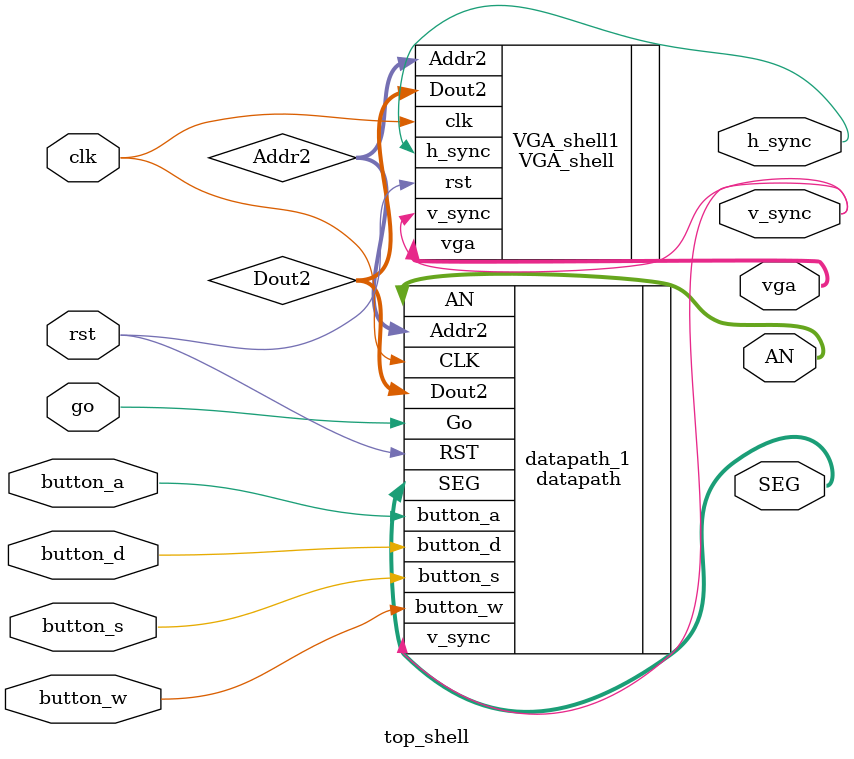
<source format=v>
`timescale 1ns / 1ps
module top_shell(
    clk,
    go,
    rst,
    button_a,
    button_w,
    button_d,
    button_s,
    v_sync,
    h_sync,
    AN,
    SEG,
    vga
    );
    input clk;
    input go;
    input rst;
    input button_a,button_w,button_d,button_s;
    output v_sync,h_sync;
    output [7:0]AN,SEG;
    output [11:0]vga;
    
    wire [9:0] Addr2;
    wire [31:0]Dout2;
    
    datapath datapath_1(
        .CLK(clk),
        .Go(go),
        .RST(rst),
        .button_a(button_a),
        .button_w(button_w),
        .button_d(button_d),
        .button_s(button_s),
        .AN(AN),
        .SEG(SEG),
        .Addr2(Addr2),
        .Dout2(Dout2),
        .v_sync(v_sync)
    );
    
    VGA_shell VGA_shell1(
        .clk(clk),
        .rst(rst),
        .Addr2(Addr2),
        .Dout2(Dout2),
        .h_sync(h_sync),
        .v_sync(v_sync),
        .vga(vga)
    );
endmodule

</source>
